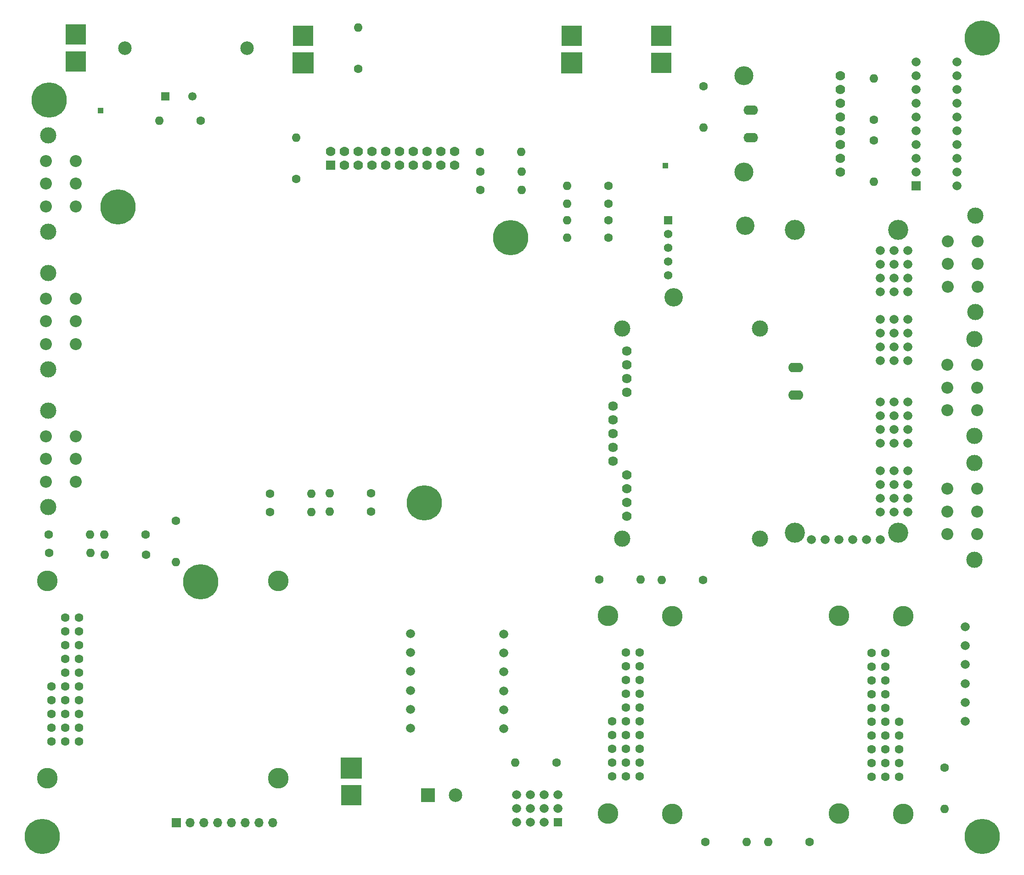
<source format=gts>
G04 #@! TF.GenerationSoftware,KiCad,Pcbnew,(5.1.10-1-10_14)*
G04 #@! TF.CreationDate,2022-06-07T22:38:41-07:00*
G04 #@! TF.ProjectId,Control_Boards,436f6e74-726f-46c5-9f42-6f617264732e,rev?*
G04 #@! TF.SameCoordinates,Original*
G04 #@! TF.FileFunction,Soldermask,Top*
G04 #@! TF.FilePolarity,Negative*
%FSLAX46Y46*%
G04 Gerber Fmt 4.6, Leading zero omitted, Abs format (unit mm)*
G04 Created by KiCad (PCBNEW (5.1.10-1-10_14)) date 2022-06-07 22:38:41*
%MOMM*%
%LPD*%
G01*
G04 APERTURE LIST*
%ADD10O,1.600000X1.600000*%
%ADD11C,1.600000*%
%ADD12C,1.778000*%
%ADD13O,2.700000X1.760000*%
%ADD14O,3.500000X3.500000*%
%ADD15O,1.700000X1.700000*%
%ADD16R,1.700000X1.700000*%
%ADD17C,1.780000*%
%ADD18C,3.000000*%
%ADD19C,6.500000*%
%ADD20C,3.698499*%
%ADD21C,1.670000*%
%ADD22O,2.800000X1.760000*%
%ADD23R,1.000000X1.000000*%
%ADD24C,2.997200*%
%ADD25C,2.209800*%
%ADD26C,3.800000*%
%ADD27C,1.560000*%
%ADD28R,1.560000X1.560000*%
%ADD29C,3.400000*%
%ADD30R,1.778000X1.778000*%
%ADD31R,1.670000X1.670000*%
%ADD32R,1.524000X1.524000*%
%ADD33C,2.500000*%
%ADD34R,2.500000X2.500000*%
%ADD35R,4.000000X4.000000*%
%ADD36R,3.800000X3.800000*%
%ADD37C,1.550000*%
%ADD38R,1.550000X1.550000*%
G04 APERTURE END LIST*
D10*
X140208000Y-57785000D03*
D11*
X147828000Y-57785000D03*
D12*
X190627000Y-45656500D03*
X190627000Y-43116500D03*
X190627000Y-40576500D03*
X190627000Y-38036500D03*
X190627000Y-35496500D03*
X190627000Y-32956500D03*
X190627000Y-30416500D03*
X190627000Y-27876500D03*
D13*
X174117000Y-39306500D03*
X174117000Y-34226500D03*
D14*
X172847000Y-45656500D03*
X172847000Y-27876500D03*
D15*
X85979000Y-165735000D03*
X83439000Y-165735000D03*
X80899000Y-165735000D03*
X78359000Y-165735000D03*
X75819000Y-165735000D03*
X73279000Y-165735000D03*
X70739000Y-165735000D03*
D16*
X68199000Y-165735000D03*
D17*
X151257000Y-78676500D03*
X151257000Y-81216500D03*
X151257000Y-83756500D03*
X151257000Y-86296500D03*
X148717000Y-88836500D03*
X148717000Y-91376500D03*
X148717000Y-93916500D03*
X148717000Y-96456500D03*
X148717000Y-98996500D03*
D18*
X150377000Y-74506500D03*
X175777000Y-74506500D03*
X175777000Y-113306500D03*
X150377000Y-113306500D03*
D12*
X151257000Y-109156500D03*
X151257000Y-104076500D03*
X151257000Y-106616500D03*
X151257000Y-101536500D03*
D19*
X72644000Y-121285000D03*
X113919000Y-106680000D03*
X129794000Y-57785000D03*
X57404000Y-52070000D03*
D20*
X201277000Y-112186500D03*
X182245000Y-112186500D03*
X182245000Y-56324500D03*
X201277000Y-56324500D03*
D21*
X197993000Y-113474500D03*
X195453000Y-113474500D03*
X192913000Y-113474500D03*
X190373000Y-113474500D03*
X187833000Y-113474500D03*
X185293000Y-113474500D03*
D22*
X182397400Y-86804500D03*
X182397400Y-81724500D03*
D21*
X197993000Y-108394500D03*
X200533000Y-108394500D03*
X203073000Y-108394500D03*
X197993000Y-105854500D03*
X200533000Y-105854500D03*
X203073000Y-105854500D03*
X197993000Y-103314500D03*
X200533000Y-103314500D03*
X203073000Y-103314500D03*
X197993000Y-100774500D03*
X200533000Y-100774500D03*
X203073000Y-100774500D03*
X197993000Y-95694500D03*
X200533000Y-95694500D03*
X203073000Y-95694500D03*
X197993000Y-93154500D03*
X200533000Y-93154500D03*
X203073000Y-93154500D03*
X197993000Y-90614500D03*
X200533000Y-90614500D03*
X203073000Y-90614500D03*
X197993000Y-88074500D03*
X200533000Y-88074500D03*
X203073000Y-88074500D03*
X197993000Y-80454500D03*
X200533000Y-80454500D03*
X203073000Y-80454500D03*
X197993000Y-77914500D03*
X200533000Y-77914500D03*
X203073000Y-77914500D03*
X197993000Y-75374500D03*
X200533000Y-75374500D03*
X203073000Y-75374500D03*
X197993000Y-72834500D03*
X200533000Y-72834500D03*
X203073000Y-72834500D03*
X197993000Y-67754500D03*
X200533000Y-67754500D03*
X203073000Y-67754500D03*
X197993000Y-65214500D03*
X200533000Y-65214500D03*
X203073000Y-65214500D03*
X197993000Y-62674500D03*
X200533000Y-62674500D03*
X203073000Y-62674500D03*
X197993000Y-60134500D03*
X200533000Y-60134500D03*
X203073000Y-60134500D03*
D23*
X54229000Y-34290000D03*
X158369000Y-44450000D03*
D24*
X215493600Y-53715920D03*
X215493600Y-71521320D03*
D25*
X215950800Y-66822320D03*
X215950800Y-62621160D03*
X215950800Y-58420000D03*
X210439000Y-66822320D03*
X210439000Y-62621160D03*
X210439000Y-58420000D03*
D11*
X47715575Y-127854858D03*
X50255575Y-127854858D03*
X47715575Y-130394858D03*
X50255575Y-130394858D03*
X47715575Y-132934858D03*
X50255575Y-132934858D03*
X47715575Y-135474858D03*
X50255575Y-135474858D03*
X47715575Y-138014858D03*
X50255575Y-138014858D03*
X47715575Y-140554858D03*
X50255575Y-140554858D03*
X47715575Y-143094858D03*
X50255575Y-143094858D03*
X47715575Y-145634858D03*
X50255575Y-145634858D03*
X47715575Y-148174858D03*
X50255575Y-148174858D03*
X47715575Y-150714858D03*
X50255575Y-150714858D03*
X45175575Y-140554858D03*
X45175575Y-143094858D03*
X45175575Y-145634858D03*
X45175575Y-148174858D03*
X45175575Y-150714858D03*
D26*
X44445575Y-121094858D03*
X44445575Y-157543858D03*
X86990575Y-121094858D03*
X86990575Y-157543858D03*
D27*
X158877000Y-64706500D03*
X158877000Y-62166500D03*
X158877000Y-59626500D03*
X158877000Y-57086500D03*
D28*
X158877000Y-54546500D03*
D29*
X173107000Y-55576500D03*
X159907000Y-68776500D03*
D21*
X213614000Y-129540000D03*
X213614000Y-133040000D03*
X213614000Y-136540000D03*
X213614000Y-140040000D03*
X213614000Y-143540000D03*
X213614000Y-147040000D03*
X128524000Y-148391556D03*
X128524000Y-144891556D03*
X128524000Y-141391556D03*
X128524000Y-137891556D03*
X128524000Y-134391556D03*
X128524000Y-130891556D03*
X111379000Y-130810000D03*
X111379000Y-134310000D03*
X111379000Y-137810000D03*
X111379000Y-141310000D03*
X111379000Y-144810000D03*
X111379000Y-148310000D03*
D30*
X96647000Y-44386500D03*
D12*
X96647000Y-41846500D03*
X99187000Y-44386500D03*
X101727000Y-44386500D03*
X104267000Y-44386500D03*
X106807000Y-44386500D03*
X109347000Y-44386500D03*
X111887000Y-44386500D03*
X114427000Y-44386500D03*
X116967000Y-44386500D03*
X119507000Y-44386500D03*
X99187000Y-41846500D03*
X101727000Y-41846500D03*
X104267000Y-41846500D03*
X106807000Y-41846500D03*
X109347000Y-41846500D03*
X111887000Y-41846500D03*
X114427000Y-41846500D03*
X116967000Y-41846500D03*
X119507000Y-41846500D03*
D31*
X204597000Y-48196500D03*
D21*
X204597000Y-45656500D03*
X204597000Y-43116500D03*
X204597000Y-40576500D03*
X204597000Y-38036500D03*
X204597000Y-35496500D03*
X204597000Y-32956500D03*
X204597000Y-30416500D03*
X204597000Y-27876500D03*
X204597000Y-25336500D03*
X212097000Y-48196500D03*
X212097000Y-45656500D03*
X212097000Y-43116500D03*
X212097000Y-40576500D03*
X212097000Y-38036500D03*
X212097000Y-35496500D03*
X212097000Y-32956500D03*
X212097000Y-30416500D03*
X212097000Y-27876500D03*
X212097000Y-25336500D03*
X130937000Y-160591500D03*
X130937000Y-163131500D03*
X130937000Y-165671500D03*
X133477000Y-160591500D03*
X133477000Y-163131500D03*
X133477000Y-165671500D03*
X136017000Y-160591500D03*
X136017000Y-163131500D03*
X136017000Y-165671500D03*
X138557000Y-160591500D03*
D32*
X138557000Y-165671500D03*
D21*
X138557000Y-163131500D03*
D33*
X81277000Y-22796500D03*
X58677000Y-22796500D03*
D34*
X114554000Y-160655000D03*
D33*
X119634000Y-160655000D03*
D35*
X100457000Y-155655000D03*
D36*
X100457000Y-160655000D03*
X157607000Y-25510500D03*
X157607000Y-20510500D03*
D35*
X141097000Y-25510500D03*
D36*
X141097000Y-20510500D03*
X49657000Y-25256500D03*
X49657000Y-20256500D03*
D35*
X91567000Y-25510500D03*
D36*
X91567000Y-20510500D03*
D11*
X198914000Y-134395000D03*
X196374000Y-134395000D03*
X198914000Y-136935000D03*
X196374000Y-136935000D03*
X198914000Y-139475000D03*
X196374000Y-139475000D03*
X198914000Y-142015000D03*
X196374000Y-142015000D03*
X198914000Y-144555000D03*
X196374000Y-144555000D03*
X198914000Y-147095000D03*
X196374000Y-147095000D03*
X198914000Y-149635000D03*
X196374000Y-149635000D03*
X198914000Y-152175000D03*
X196374000Y-152175000D03*
X198914000Y-154715000D03*
X196374000Y-154715000D03*
X198914000Y-157255000D03*
X196374000Y-157255000D03*
X201454000Y-147095000D03*
X201454000Y-149635000D03*
X201454000Y-152175000D03*
X201454000Y-154715000D03*
X201454000Y-157255000D03*
D26*
X202184000Y-127635000D03*
X202184000Y-164084000D03*
X159639000Y-127635000D03*
X159639000Y-164084000D03*
D11*
X151056770Y-134312086D03*
X153596770Y-134312086D03*
X151056770Y-136852086D03*
X153596770Y-136852086D03*
X151056770Y-139392086D03*
X153596770Y-139392086D03*
X151056770Y-141932086D03*
X153596770Y-141932086D03*
X151056770Y-144472086D03*
X153596770Y-144472086D03*
X151056770Y-147012086D03*
X153596770Y-147012086D03*
X151056770Y-149552086D03*
X153596770Y-149552086D03*
X151056770Y-152092086D03*
X153596770Y-152092086D03*
X151056770Y-154632086D03*
X153596770Y-154632086D03*
X151056770Y-157172086D03*
X153596770Y-157172086D03*
X148516770Y-147012086D03*
X148516770Y-149552086D03*
X148516770Y-152092086D03*
X148516770Y-154632086D03*
X148516770Y-157172086D03*
D26*
X147786770Y-127552086D03*
X147786770Y-164001086D03*
X190331770Y-127552086D03*
X190331770Y-164001086D03*
D19*
X43434000Y-168275000D03*
X44704000Y-32385000D03*
X216789000Y-168275000D03*
X216789000Y-20955000D03*
D37*
X71167000Y-31686500D03*
D38*
X66167000Y-31686500D03*
D24*
X44602400Y-56710580D03*
X44602400Y-38905180D03*
D25*
X44145200Y-43604180D03*
X44145200Y-47805340D03*
X44145200Y-52006500D03*
X49657000Y-43604180D03*
X49657000Y-47805340D03*
X49657000Y-52006500D03*
D24*
X44602400Y-107510580D03*
X44602400Y-89705180D03*
D25*
X44145200Y-94404180D03*
X44145200Y-98605340D03*
X44145200Y-102806500D03*
X49657000Y-94404180D03*
X49657000Y-98605340D03*
X49657000Y-102806500D03*
D24*
X215366600Y-99372420D03*
X215366600Y-117177820D03*
D25*
X215823800Y-112478820D03*
X215823800Y-108277660D03*
X215823800Y-104076500D03*
X210312000Y-112478820D03*
X210312000Y-108277660D03*
X210312000Y-104076500D03*
D24*
X44602400Y-82110580D03*
X44602400Y-64305180D03*
D25*
X44145200Y-69004180D03*
X44145200Y-73205340D03*
X44145200Y-77406500D03*
X49657000Y-69004180D03*
X49657000Y-73205340D03*
X49657000Y-77406500D03*
D24*
X215366600Y-76512420D03*
X215366600Y-94317820D03*
D25*
X215823800Y-89618820D03*
X215823800Y-85417660D03*
X215823800Y-81216500D03*
X210312000Y-89618820D03*
X210312000Y-85417660D03*
X210312000Y-81216500D03*
D10*
X54940200Y-112585500D03*
D11*
X62560200Y-112585500D03*
D10*
X153787782Y-120852641D03*
D11*
X146167782Y-120852641D03*
D10*
X130657600Y-154622500D03*
D11*
X138277600Y-154622500D03*
D10*
X90297000Y-39306500D03*
D11*
X90297000Y-46926500D03*
D10*
X96481735Y-104918696D03*
D11*
X104101735Y-104918696D03*
D10*
X209804000Y-163195000D03*
D11*
X209804000Y-155575000D03*
D10*
X68097400Y-117640100D03*
D11*
X68097400Y-110020100D03*
D10*
X54965600Y-116268500D03*
D11*
X62585600Y-116268500D03*
D10*
X93078135Y-104994896D03*
D11*
X85458135Y-104994896D03*
D10*
X173320382Y-169265041D03*
D11*
X165700382Y-169265041D03*
D10*
X52273200Y-112585500D03*
D11*
X44653200Y-112585500D03*
D10*
X157683200Y-120916700D03*
D11*
X165303200Y-120916700D03*
D10*
X93078135Y-108373096D03*
D11*
X85458135Y-108373096D03*
D10*
X96456335Y-108347696D03*
D11*
X104076335Y-108347696D03*
D10*
X140233400Y-48196500D03*
D11*
X147853400Y-48196500D03*
D10*
X52349400Y-115938300D03*
D11*
X44729400Y-115938300D03*
D10*
X140208000Y-54571900D03*
D11*
X147828000Y-54571900D03*
D10*
X196842253Y-47430465D03*
D11*
X196842253Y-39810465D03*
D10*
X101727000Y-18986500D03*
D11*
X101727000Y-26606500D03*
D10*
X131851400Y-48958500D03*
D11*
X124231400Y-48958500D03*
D10*
X131826000Y-45554900D03*
D11*
X124206000Y-45554900D03*
D10*
X131775200Y-41922700D03*
D11*
X124155200Y-41922700D03*
D10*
X196842253Y-28380465D03*
D11*
X196842253Y-36000465D03*
D10*
X65024000Y-36195000D03*
D11*
X72644000Y-36195000D03*
D10*
X140284200Y-51473100D03*
D11*
X147904200Y-51473100D03*
D10*
X165354000Y-37465000D03*
D11*
X165354000Y-29845000D03*
D10*
X177292000Y-169278300D03*
D11*
X184912000Y-169278300D03*
M02*

</source>
